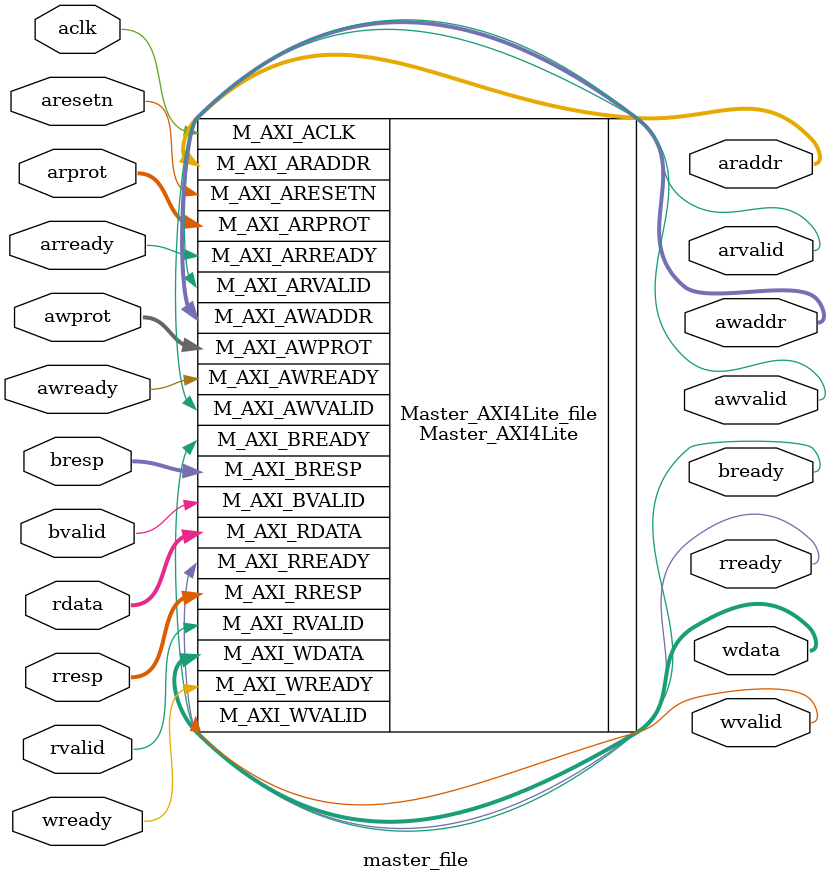
<source format=v>
`timescale 1ns / 1ps

module master_file #

(		parameter integer C_M_AXI_DATA_WIDTH	= 32,
		parameter integer C_M_AXI_ADDR_WIDTH	= 4

)
(
input wire aclk,
input wire aresetn,
// Çàïèñü àäðåñà (issued by master, acceped by Slave)
output wire [C_M_AXI_ADDR_WIDTH-1 : 0] awaddr,
input wire [2 : 0] awprot,
output wire awvalid,
input wire awready,
//Çàïèñü äàííûõ
output wire [C_M_AXI_DATA_WIDTH-1 : 0] wdata,
output wire wvalid,
input wire wready,
//Îòêëèê çàïèñè äàííûõ
input wire [1 : 0] bresp,
input wire bvalid,
output wire bready,
//×òåíèå àäðåñà
output wire [C_M_AXI_ADDR_WIDTH-1 : 0] araddr,
input wire [2 : 0] arprot,
output wire arvalid,
input wire arready,
//×òåíèå äàííûõ
input wire [C_M_AXI_DATA_WIDTH-1 : 0] rdata,
input wire [1 : 0] rresp,
input wire rvalid,
output wire rready
);

Master_AXI4Lite #(
	.C_M_AXI_DATA_WIDTH(C_M_AXI_DATA_WIDTH),
	.C_M_AXI_ADDR_WIDTH(C_M_AXI_ADDR_WIDTH)
	) Master_AXI4Lite_file
	(
    .M_AXI_ACLK(aclk), 
    .M_AXI_ARESETN(aresetn), 
    .M_AXI_AWADDR(awaddr),
    .M_AXI_AWVALID(awvalid),
    .M_AXI_AWPROT(awprot),
    .M_AXI_AWREADY(awready),
    .M_AXI_WDATA(wdata),
    .M_AXI_WVALID(wvalid),
    .M_AXI_WREADY(wready),
    .M_AXI_BRESP(bresp),
    .M_AXI_BVALID(bvalid),
    .M_AXI_BREADY(bready),
    .M_AXI_ARADDR(araddr),
    .M_AXI_ARPROT(arprot),
    .M_AXI_ARVALID(arvalid),
    .M_AXI_ARREADY(arready),
    .M_AXI_RDATA(rdata),
    .M_AXI_RRESP(rresp),
    .M_AXI_RVALID(rvalid),
    .M_AXI_RREADY(rready)
    );                   
endmodule
</source>
